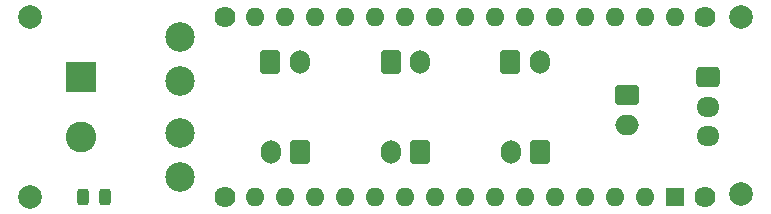
<source format=gts>
G04 #@! TF.GenerationSoftware,KiCad,Pcbnew,(6.0.4)*
G04 #@! TF.CreationDate,2022-06-19T17:23:47+02:00*
G04 #@! TF.ProjectId,Klipper nano expander,4b6c6970-7065-4722-906e-616e6f206578,1.0*
G04 #@! TF.SameCoordinates,Original*
G04 #@! TF.FileFunction,Soldermask,Top*
G04 #@! TF.FilePolarity,Negative*
%FSLAX46Y46*%
G04 Gerber Fmt 4.6, Leading zero omitted, Abs format (unit mm)*
G04 Created by KiCad (PCBNEW (6.0.4)) date 2022-06-19 17:23:47*
%MOMM*%
%LPD*%
G01*
G04 APERTURE LIST*
G04 Aperture macros list*
%AMRoundRect*
0 Rectangle with rounded corners*
0 $1 Rounding radius*
0 $2 $3 $4 $5 $6 $7 $8 $9 X,Y pos of 4 corners*
0 Add a 4 corners polygon primitive as box body*
4,1,4,$2,$3,$4,$5,$6,$7,$8,$9,$2,$3,0*
0 Add four circle primitives for the rounded corners*
1,1,$1+$1,$2,$3*
1,1,$1+$1,$4,$5*
1,1,$1+$1,$6,$7*
1,1,$1+$1,$8,$9*
0 Add four rect primitives between the rounded corners*
20,1,$1+$1,$2,$3,$4,$5,0*
20,1,$1+$1,$4,$5,$6,$7,0*
20,1,$1+$1,$6,$7,$8,$9,0*
20,1,$1+$1,$8,$9,$2,$3,0*%
G04 Aperture macros list end*
%ADD10RoundRect,0.250000X-0.600000X-0.750000X0.600000X-0.750000X0.600000X0.750000X-0.600000X0.750000X0*%
%ADD11O,1.700000X2.000000*%
%ADD12RoundRect,0.250000X-0.725000X0.600000X-0.725000X-0.600000X0.725000X-0.600000X0.725000X0.600000X0*%
%ADD13O,1.950000X1.700000*%
%ADD14C,2.000000*%
%ADD15C,2.500000*%
%ADD16RoundRect,0.250000X0.600000X0.750000X-0.600000X0.750000X-0.600000X-0.750000X0.600000X-0.750000X0*%
%ADD17RoundRect,0.243750X-0.243750X-0.456250X0.243750X-0.456250X0.243750X0.456250X-0.243750X0.456250X0*%
%ADD18R,2.600000X2.600000*%
%ADD19C,2.600000*%
%ADD20RoundRect,0.250000X-0.750000X0.600000X-0.750000X-0.600000X0.750000X-0.600000X0.750000X0.600000X0*%
%ADD21O,2.000000X1.700000*%
%ADD22C,1.780000*%
%ADD23R,1.600000X1.600000*%
%ADD24O,1.600000X1.600000*%
G04 APERTURE END LIST*
D10*
X140716000Y-88646000D03*
D11*
X143216000Y-88646000D03*
D10*
X150916000Y-88646000D03*
D11*
X153416000Y-88646000D03*
D12*
X177817000Y-89916000D03*
D13*
X177817000Y-92416000D03*
X177817000Y-94916000D03*
D14*
X120396000Y-100076000D03*
X120396000Y-84836000D03*
D15*
X133096000Y-98351000D03*
X133096000Y-94691000D03*
X133096000Y-90221000D03*
X133096000Y-86561000D03*
D10*
X161036000Y-88646000D03*
D11*
X163536000Y-88646000D03*
D16*
X163576000Y-96266000D03*
D11*
X161076000Y-96266000D03*
D17*
X124871000Y-100076000D03*
X126746000Y-100076000D03*
D18*
X124714000Y-89916000D03*
D19*
X124714000Y-94996000D03*
D14*
X180594000Y-99822000D03*
D16*
X153416000Y-96266000D03*
D11*
X150916000Y-96266000D03*
D20*
X170959000Y-91460000D03*
D21*
X170959000Y-93960000D03*
D16*
X143256000Y-96266000D03*
D11*
X140756000Y-96266000D03*
D14*
X180594000Y-84836000D03*
D22*
X136906000Y-84836000D03*
X177546000Y-84836000D03*
X177546000Y-100076000D03*
X136906000Y-100076000D03*
D23*
X175006000Y-100076000D03*
D24*
X172466000Y-100076000D03*
X169926000Y-100076000D03*
X167386000Y-100076000D03*
X164846000Y-100076000D03*
X162306000Y-100076000D03*
X159766000Y-100076000D03*
X157226000Y-100076000D03*
X154686000Y-100076000D03*
X152146000Y-100076000D03*
X149606000Y-100076000D03*
X147066000Y-100076000D03*
X144526000Y-100076000D03*
X141986000Y-100076000D03*
X139446000Y-100076000D03*
X139446000Y-84836000D03*
X141986000Y-84836000D03*
X144526000Y-84836000D03*
X147066000Y-84836000D03*
X149606000Y-84836000D03*
X152146000Y-84836000D03*
X154686000Y-84836000D03*
X157226000Y-84836000D03*
X159766000Y-84836000D03*
X162306000Y-84836000D03*
X164846000Y-84836000D03*
X167386000Y-84836000D03*
X169926000Y-84836000D03*
X172466000Y-84836000D03*
X175006000Y-84836000D03*
M02*

</source>
